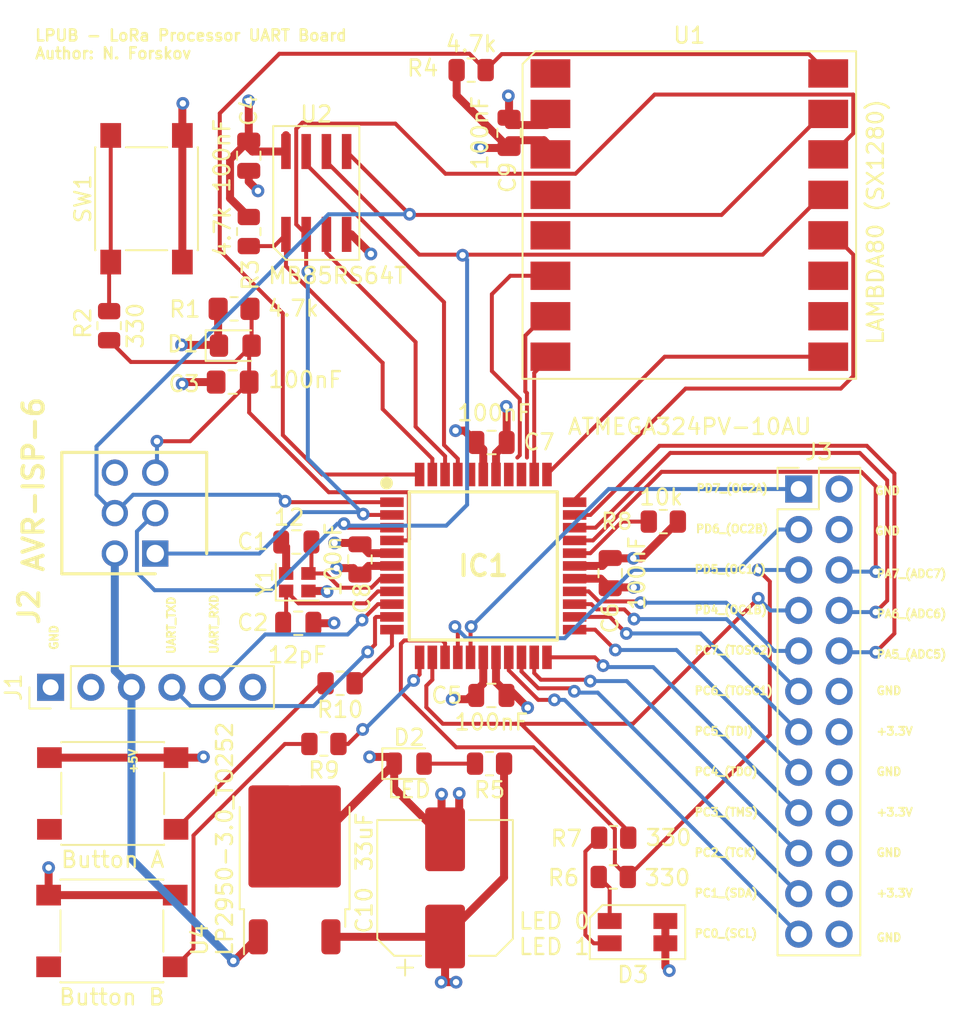
<source format=kicad_pcb>
(kicad_pcb (version 20240108) (generator "pcbnew") (generator_version "8.0")
  (layers (0 "F.Cu" signal) (1 "In1.Cu" signal) (2 "In2.Cu" signal) (31 "B.Cu" signal) (34 "B.Paste" user) (35 "F.Paste" user) (36 "B.SilkS" user "B.Silkscreen") (37 "F.SilkS" user "F.Silkscreen") (38 "B.Mask" user) (39 "F.Mask" user) (44 "Edge.Cuts" user))
  (net 0 "")
  (net 1 "GND")
  (net 2 "/XTAL2")
  (net 3 "/XTAL1")
  (net 4 "/AVR_RESET")
  (net 5 "+3.3V")
  (net 6 "Net-(D2-A)")
  (net 7 "Net-(D3-A1)")
  (net 8 "Net-(D3-A2)")
  (net 9 "/MOSI")
  (net 10 "/MISO")
  (net 11 "/SCK")
  (net 12 "/UART_RXD")
  (net 13 "/UART_TXD")
  (net 14 "/PD4_(OC1B)")
  (net 15 "/PD5_(OC1A)")
  (net 16 "/PD6_(OC2B)")
  (net 17 "/PD7_(OC2A)")
  (net 18 "/PC0_(SCL)")
  (net 19 "/PC1_(SDA)")
  (net 20 "/PC2_(TCK)")
  (net 21 "/PC3_(TMS)")
  (net 22 "/PC5_(TDI)")
  (net 23 "/PC6_(TOSC1)")
  (net 24 "/PC7_(TOSC2)")
  (net 25 "Net-(IC1-AREF)")
  (net 26 "/PA7_(ADC7)")
  (net 27 "/PA6_(ADC6)")
  (net 28 "/PA5_(ADC5)")
  (net 29 "/LORA_RESET")
  (net 30 "/LORA_DIO3")
  (net 31 "/LORA_DIO2")
  (net 32 "/LORA_DIO1")
  (net 33 "/LORA_BUSY")
  (net 35 "/FRAM_~{HOLD}")
  (net 36 "/FRAM_~{WP}")
  (net 37 "/FRAM_~{CS}")
  (net 38 "/LORA_~{SELECT}")
  (net 40 "+5V")
  (net 47 "Net-(SW1-A)")
  (net 48 "Net-(IC1-(PCINT27{slash}TXD1{slash}INT1)_PD3)")
  (net 49 "Net-(IC1-(PCINT26{slash}RXD1{slash}INT0)_PD2)")
  (net 50 "/PC4_(TDO)")
  (net 51 "Net-(SW3-A)")
  (net 52 "Net-(SW2-A)")
  (footprint "Capacitor_SMD:C_0805_2012Metric" (layer "F.Cu") (at 118.11 91.44)
    (property "Reference" "C5")
    (property "Value" "100nF")
  )
  (footprint "Diode_SMD:D_0805_2012Metric_Pad1.15x1.40mm_HandSolder" (layer "F.Cu") (at 102.0236 69.4864)
    (property "Reference" "D1")
    (property "Value" "D" (hide yes))
  )
  (footprint "DISCO_footprints:LAMBDA80_fp" (layer "F.Cu") (at 130.5434 61.2902 -90)
    (property "Reference" "U1")
    (property "Value" "LAMBDA80 (SX1280)")
  )
  (footprint "Crystal:Crystal_SMD_2016-4Pin_2.0x1.6mm" (layer "F.Cu") (at 105.9198 84.3356)
    (property "Reference" "Y1")
    (property "Value" "Crystal_GND24")
  )
  (footprint "Resistor_SMD:R_0805_2012Metric" (layer "F.Cu") (at 128.91 80.53)
    (property "Reference" "R8")
    (property "Value" "10k")
  )
  (footprint "Resistor_SMD:R_0805_2012Metric" (layer "F.Cu") (at 108.6085 90.678 180)
    (property "Reference" "R10")
    (property "Value" "1k")
  )
  (footprint "Capacitor_SMD:C_0805_2012Metric" (layer "F.Cu") (at 105.98 86.91 180)
    (property "Reference" "C2")
    (property "Value" "12pF")
  )
  (footprint "Capacitor_SMD:C_0805_2012Metric" (layer "F.Cu") (at 102.8708 57.5624 -90)
    (property "Reference" "C4")
    (property "Value" "100nF")
  )
  (footprint "DISCO_footprints:SW_Push_1P1T_NO_6x6mm_H9.5mm" (layer "F.Cu") (at 94.275 106.225)
    (property "Reference" "SW3" (hide yes))
    (property "Value" "Button B")
  )
  (footprint "Resistor_SMD:R_0805_2012Metric_Pad1.20x1.40mm_HandSolder" (layer "F.Cu") (at 101.947 67.175)
    (property "Reference" "R1")
    (property "Value" "4.7k")
  )
  (footprint "LED_SMD:LED_0805_2012Metric" (layer "F.Cu") (at 112.9439 95.7224)
    (property "Reference" "D2")
    (property "Value" "LED")
  )
  (footprint "Package_TO_SOT_SMD:TO-252-2" (layer "F.Cu") (at 105.7524 101.553 90)
    (property "Reference" "U4")
    (property "Value" "LP2950-3.0_TO252")
  )
  (footprint "Resistor_SMD:R_0805_2012Metric" (layer "F.Cu") (at 125.7653 102.8344)
    (property "Reference" "R6")
    (property "Value" "330")
  )
  (footprint "DISCO_footprints:dual_LED" (layer "F.Cu") (at 127.29 106.3 -90)
    (property "Reference" "D3")
    (property "Value" "LED_Dual_AAKK" (hide yes))
  )
  (footprint "DISCO_footprints:SW_Push_1P1T_NO_6x6mm_H9.5mm" (layer "F.Cu") (at 96.45 60.265 -90)
    (property "Reference" "SW1")
    (property "Value" "Reset")
  )
  (footprint "Capacitor_SMD:C_0805_2012Metric" (layer "F.Cu") (at 109.855 82.9056 -90)
    (property "Reference" "C8")
    (property "Value" "100nF")
  )
  (footprint "Capacitor_SMD:C_0805_2012Metric_Pad1.18x1.45mm_HandSolder" (layer "F.Cu") (at 101.8587 71.7724 180)
    (property "Reference" "C3")
    (property "Value" "100nF")
  )
  (footprint "Resistor_SMD:R_0805_2012Metric" (layer "F.Cu") (at 117.9943 95.7224 180)
    (property "Reference" "R5")
    (property "Value" "330")
  )
  (footprint "Resistor_SMD:R_0805_2012Metric" (layer "F.Cu") (at 94.1 68.2325 90)
    (property "Reference" "R2")
    (property "Value" "330")
  )
  (footprint "Resistor_SMD:R_0805_2012Metric" (layer "F.Cu") (at 107.5925 94.488 180)
    (property "Reference" "R9")
    (property "Value" "1k")
  )
  (footprint "Capacitor_SMD:C_0805_2012Metric" (layer "F.Cu") (at 119.22 56.13 90)
    (property "Reference" "C9")
    (property "Value" "100nF")
  )
  (footprint "Resistor_SMD:R_0805_2012Metric" (layer "F.Cu") (at 125.7926 100.3706)
    (property "Reference" "R7")
    (property "Value" "330")
  )
  (footprint "DISCO_footprints:SW_Push_1P1T_NO_6x6mm_H9.5mm" (layer "F.Cu") (at 94.325 97.595)
    (property "Reference" "SW2" (hide yes))
    (property "Value" "Button A")
  )
  (footprint "Connector_PinHeader_2.54mm:PinHeader_1x06_P2.54mm_Vertical" (layer "F.Cu") (at 90.424 90.932 90)
    (property "Reference" "J1")
    (property "Value" "Conn_01x06_Pin")
  )
  (footprint "Capacitor_SMD:C_0805_2012Metric" (layer "F.Cu") (at 125.5738 83.7654 90)
    (property "Reference" "C6")
    (property "Value" "100nF")
  )
  (footprint "DISCO_footprints:QFP80P1200X1200X120-44N" (layer "F.Cu") (at 117.602 83.312)
    (property "Reference" "IC1")
    (property "Value" "ATMEGA324PA-AU" (hide yes))
  )
  (footprint "Capacitor_SMD:CP_Elec_8x6.2" (layer "F.Cu") (at 115.2022 103.5222 90)
    (property "Reference" "C10")
    (property "Value" "33uF")
  )
  (footprint "Capacitor_SMD:C_0805_2012Metric" (layer "F.Cu") (at 105.8578 81.8122)
    (property "Reference" "C1")
    (property "Value" "12")
  )
  (footprint "DISCO_footprints:AVR_ISP_CON" (layer "F.Cu") (at 96.997305 82.536 90)
    (property "Reference" "J2")
    (property "Value" "AVR-ISP-6")
  )
  (footprint "Resistor_SMD:R_0805_2012Metric" (layer "F.Cu") (at 116.84 52.19)
    (property "Reference" "R4")
    (property "Value" "4.7k")
  )
  (footprint "DISCO_footprints:FRAM_fujitsu" (layer "F.Cu") (at 107.1126 59.9014)
    (property "Reference" "U2")
    (property "Value" "MB85RS64T")
  )
  (footprint "Capacitor_SMD:C_0805_2012Metric" (layer "F.Cu") (at 118.1202 75.565 180)
    (property "Reference" "C7")
    (property "Value" "100nF")
  )
  (footprint "Connector_PinHeader_2.54mm:PinHeader_2x12_P2.54mm_Vertical" (layer "F.Cu") (at 137.414 78.486)
    (property "Reference" "J3")
    (property "Value" "Conn_02x10_Odd_Even")
  )
  (footprint "Resistor_SMD:R_0805_2012Metric" (layer "F.Cu") (at 102.8708 62.3255 -90)
    (property "Reference" "R3")
    (property "Value" "4.7k")
  )
  (gr_text "PC6_(TOSC1)" (at 130.81 91.44 0) (layer "F.SilkS") (effects (font (size 0.5 0.5) (thickness 0.125)) (justify left bottom)))
  (gr_text "+5V" (at 95.908 96.414 90) (layer "F.SilkS") (effects (font (size 0.5 0.5) (thickness 0.125)) (justify left bottom)))
  (gr_text "PC7_(TOSC2)" (at 130.81 88.9 0) (layer "F.SilkS") (effects (font (size 0.5 0.5) (thickness 0.125)) (justify left bottom)))
  (gr_text "PA5_(ADC5)" (at 142.24 89.154 0) (layer "F.SilkS") (effects (font (size 0.5 0.5) (thickness 0.125)) (justify left bottom)))
  (gr_text "GND" (at 90.932 88.646 90) (layer "F.SilkS") (effects (font (size 0.5 0.5) (thickness 0.125)) (justify left bottom)))
  (gr_text "UART_TXD" (at 98.298 88.9 90) (layer "F.SilkS") (effects (font (size 0.5 0.5) (thickness 0.125)) (justify left bottom)))
  (gr_text "PA6_(ADC6)" (at 142.24 86.614 0) (layer "F.SilkS") (effects (font (size 0.5 0.5) (thickness 0.125)) (justify left bottom)))
  (gr_text "+3.3V" (at 142.24 99.06 0) (layer "F.SilkS") (effects (font (size 0.5 0.5) (thickness 0.125)) (justify left bottom)))
  (gr_text "GND" (at 142.15 81.41 0) (layer "F.SilkS") (effects (font (size 0.5 0.5) (thickness 0.125)) (justify left bottom)))
  (gr_text "+3.3V" (at 142.24 93.98 0) (layer "F.SilkS") (effects (font (size 0.5 0.5) (thickness 0.125)) (justify left bottom)))
  (gr_text "PC0_(SCL)" (at 130.81 106.68 0) (layer "F.SilkS") (effects (font (size 0.5 0.5) (thickness 0.125)) (justify left bottom)))
  (gr_text "GND" (at 142.24 91.44 0) (layer "F.SilkS") (effects (font (size 0.5 0.5) (thickness 0.125)) (justify left bottom)))
  (gr_text "GND" (at 142.24 96.52 0) (layer "F.SilkS") (effects (font (size 0.5 0.5) (thickness 0.125)) (justify left bottom)))
  (gr_text "ATMEGA324PV-10AU" (at 122.825 75.15 0) (layer "F.SilkS") (effects (font (size 1 1)) (justify left bottom)))
  (gr_text "PD7_(OC2A)" (at 130.93 78.74 0) (layer "F.SilkS") (effects (font (size 0.5 0.5) (thickness 0.125)) (justify left bottom)))
  (gr_text "UART_RXD" (at 100.988 88.9 90) (layer "F.SilkS") (effects (font (size 0.5 0.5) (thickness 0.125)) (justify left bottom)))
  (gr_text "PD5_(OC1A)" (at 130.81 83.82 0) (layer "F.SilkS") (effects (font (size 0.5 0.5) (thickness 0.125)) (justify left bottom)))
  (gr_text "GND" (at 142.15 78.89 0) (layer "F.SilkS") (effects (font (size 0.5 0.5) (thickness 0.125)) (justify left bottom)))
  (gr_text "PC3_(TMS)" (at 130.81 99.06 0) (layer "F.SilkS") (effects (font (size 0.5 0.5) (thickness 0.125)) (justify left bottom)))
  (gr_text "PD4_(OC1B)" (at 130.81 86.36 0) (layer "F.SilkS") (effects (font (size 0.5 0.5) (thickness 0.125)) (justify left bottom)))
  (gr_text "LPUB - LoRa Processor UART Board\nAuthor: N. Forskov" (at 89.375 51.55 0) (layer "F.SilkS") (effects (font (size 0.7 0.7)) (justify left bottom)))
  (gr_text "+3.3V" (at 142.24 104.14 0) (layer "F.SilkS") (effects (font (size 0.5 0.5) (thickness 0.125)) (justify left bottom)))
  (gr_text "PC1_(SDA)" (at 130.81 104.14 0) (layer "F.SilkS") (effects (font (size 0.5 0.5) (thickness 0.125)) (justify left bottom)))
  (gr_text "GND" (at 142.24 106.934 0) (layer "F.SilkS") (effects (font (size 0.5 0.5) (thickness 0.125)) (justify left bottom)))
  (gr_text "PA7_(ADC7)" (at 142.24 84.1 0) (layer "F.SilkS") (effects (font (size 0.5 0.5) (thickness 0.125)) (justify left bottom)))
  (gr_text "PC4_(TDO)" (at 130.81 96.52 0) (layer "F.SilkS") (effects (font (size 0.5 0.5) (thickness 0.125)) (justify left bottom)))
  (gr_text "PC2_(TCK)" (at 130.81 101.6 0) (layer "F.SilkS") (effects (font (size 0.5 0.5) (thickness 0.125)) (justify left bottom)))
  (gr_text "PC5_(TDI)" (at 130.81 93.98 0) (layer "F.SilkS") (effects (font (size 0.5 0.5) (thickness 0.125)) (justify left bottom)))
  (gr_text "LED 0\nLED 1" (at 119.75 107.8 0) (layer "F.SilkS") (effects (font (size 1 1)) (justify left bottom)))
  (gr_text "GND" (at 142.24 101.6 0) (layer "F.SilkS") (effects (font (size 0.5 0.5) (thickness 0.125)) (justify left bottom)))
  (gr_text "PD6_(OC2B)" (at 130.89 81.28 0) (layer "F.SilkS") (effects (font (size 0.5 0.5) (thickness 0.125)) (justify left bottom)))
  (segment (start 125.5738 82.8154) (end 125.0772 83.312) (width 0.5) (layer "F.Cu") (net 1))
  (segment (start 110.46 95.3) (end 111.584 95.3) (width 0.5) (layer "F.Cu") (net 1))
  (segment (start 102.8708 58.5124) (end 102.8708 59.1908) (width 0.5) (layer "F.Cu") (net 1))
  (segment (start 90.3 103.975) (end 90.3 102.25) (width 0.5) (layer "F.Cu") (net 1))
  (segment (start 114.98 100.25) (end 115.2022 100.4722) (width 0.5) (layer "F.Cu") (net 1))
  (segment (start 99.98 95.345) (end 100.025 95.3) (width 0.5) (layer "F.Cu") (net 1))
  (segment (start 109.3114 62.5014) (end 110.54 63.73) (width 0.5) (layer "F.Cu") (net 1))
  (segment (start 98.7 64.24) (end 98.7 56.29) (width 0.5) (layer "F.Cu") (net 1))
  (segment (start 111.584 95.3) (end 112.0064 95.7224) (width 0.5) (layer "F.Cu") (net 1))
  (segment (start 117.1702 75.565) (end 117.602 75.9968) (width 0.5) (layer "F.Cu") (net 1))
  (segment (start 129.04 107) (end 129.04 108.466) (width 0.5) (layer "F.Cu") (net 1))
  (segment (start 112.0064 95.7224) (end 107.4358 100.293) (width 0.5) (layer "F.Cu") (net 1))
  (segment (start 129.04 108.466) (end 129.286 108.712) (width 0.5) (layer "F.Cu") (net 1))
  (segment (start 114.98 97.64) (end 114.98 100.25) (width 0.5) (layer "F.Cu") (net 1))
  (segment (start 108.21 86.91) (end 108.23 86.89) (width 0.5) (layer "F.Cu") (net 1))
  (segment (start 112.0064 97.2764) (end 112.0064 95.7224) (width 0.5) (layer "F.Cu") (net 1))
  (segment (start 119.3836 91.2036) (end 120.39 92.21) (width 0.5) (layer "F.Cu") (net 1))
  (segment (start 98.3 95.345) (end 99.98 95.345) (width 0.5) (layer "F.Cu") (net 1))
  (segment (start 108.39 83.45) (end 109.4494 83.45) (width 0.5) (layer "F.Cu") (net 1))
  (segment (start 125.0772 83.312) (end 123.34 83.312) (width 0.5) (layer "F.Cu") (net 1))
  (segment (start 116.09 99.5844) (end 115.2022 100.4722) (width 0.5) (layer "F.Cu") (net 1))
  (segment (start 129.04 105.6) (end 129.04 107) (width 0.5) (layer "F.Cu") (net 1))
  (segment (start 98.8076 71.7724) (end 98.69 71.89) (width 0.5) (layer "F.Cu") (net 1))
  (segment (start 115.2022 100.4722) (end 112.0064 97.2764) (width 0.5) (layer "F.Cu") (net 1))
  (segment (start 98.7 56.29) (end 98.7 54.31) (width 0.5) (layer "F.Cu") (net 1))
  (segment (start 127.5167 82.8358) (end 127.0216 82.8358) (width 0.5) (layer "F.Cu") (net 1))
  (segment (start 119.2114 55.64) (end 121.57 55.64) (width 0.5) (layer "F.Cu") (net 1))
  (segment (start 107.4358 100.293) (end 105.7524 100.293) (width 0.5) (layer "F.Cu") (net 1))
  (segment (start 116.09 97.59) (end 116.09 99.5844) (width 0.5) (layer "F.Cu") (net 1))
  (segment (start 125.5942 82.8358) (end 125.5738 82.8154) (width 0.5) (layer "F.Cu") (net 1))
  (segment (start 105.2198 83.7856) (end 105.2198 82.1242) (width 0.5) (layer "F.Cu") (net 1))
  (segment (start 90.3 103.975) (end 98.25 103.975) (width 0.5) (layer "F.Cu") (net 1))
  (segment (start 105.2198 82.1242) (end 104.9078 81.8122) (width 0.5) (layer "F.Cu") (net 1))
  (segment (start 90.35 95.345) (end 98.3 95.345) (width 0.5) (layer "F.Cu") (net 1))
  (segment (start 118.994 91.2036) (end 119.3836 91.2036) (width 0.5) (layer "F.Cu") (net 1))
  (segment (start 109.4494 83.45) (end 109.855 83.8556) (width 0.5) (layer "F.Cu") (net 1))
  (segment (start 118.402 90.6116) (end 118.402 89.05) (width 0.5) (layer "F.Cu") (net 1))
  (segment (start 109.0176 62.5014) (end 109.3114 62.5014) (width 0.5) (layer "F.Cu") (net 1))
  (segment (start 107.7556 84.8856) (end 107.79 84.92) (width 0.5) (layer "F.Cu") (net 1))
  (segment (start 121.57 55.64) (end 121.8098 55.4002) (width 0.5) (layer "F.Cu") (net 1))
  (segment (start 98.7 54.31) (end 98.73 54.28) (width 0.5) (layer "F.Cu") (net 1))
  (segment (start 106.6198 84.8856) (end 107.7556 84.8856) (width 0.5) (layer "F.Cu") (net 1))
  (segment (start 117.602 75.9968) (end 117.602 77.574) (width 0.5) (layer "F.Cu") (net 1))
  (segment (start 119.22 53.8494) (end 119.1766 53.806) (width 0.5) (layer "F.Cu") (net 1))
  (segment (start 109.855 83.8556) (end 110.3986 83.312) (width 0.5) (layer "F.Cu") (net 1))
  (segment (start 119.22 55.18) (end 119.22 53.8494) (width 0.5) (layer "F.Cu") (net 1))
  (segment (start 100.8212 71.7724) (end 98.8076 71.7724) (width 0.5) (layer "F.Cu") (net 1))
  (segment (start 127.0216 82.8358) (end 125.5942 82.8358) (width 0.5) (layer "F.Cu") (net 1))
  (segment (start 116.4252 74.82) (end 117.1702 75.565) (width 0.5) (layer "F.Cu") (net 1))
  (segment (start 102.8708 59.1908) (end 103.45 59.77) (width 0.5) (layer "F.Cu") (net 1))
  (segment (start 115.86 74.82) (end 116.4252 74.82) (width 0.5) (layer "F.Cu") (net 1))
  (segment (start 129.8225 80.53) (end 127.5167 82.8358) (width 0.5) (layer "F.Cu") (net 1))
  (segment (start 118.994 91.2036) (end 118.402 90.6116) (width 0.5) (layer "F.Cu") (net 1))
  (segment (start 106.93 86.91) (end 108.21 86.91) (width 0.5) (layer "F.Cu") (net 1))
  (segment (start 90.424 90.932) (end 89.909 91.447) (width 0.5) (layer "F.Cu") (net 1))
  (segment (start 110.3986 83.312) (end 111.864 83.312) (width 0.5) (layer "F.Cu") (net 1))
  (via (at 103.45 59.77) (size 0.8) (drill 0.4) (layers "F.Cu" "B.Cu") (net 1))
  (via (at 90.3 102.25) (size 0.8) (drill 0.4) (layers "F.Cu" "B.Cu") (net 1))
  (via (at 110.46 95.3) (size 0.8) (drill 0.4) (layers "F.Cu" "B.Cu") (net 1))
  (via (at 108.39 83.45) (size 0.8) (drill 0.4) (layers "F.Cu" "B.Cu") (net 1))
  (via (at 119.1766 53.806) (size 0.8) (drill 0.4) (layers "F.Cu" "B.Cu") (net 1))
  (via (at 129.286 108.712) (size 0.8) (drill 0.4) (layers "F.Cu" "B.Cu") (net 1))
  (via (at 127.0216 82.8358) (size 0.8) (drill 0.4) (layers "F.Cu" "B.Cu") (net 1))
  (via (at 115.86 74.82) (size 0.8) (drill 0.4) (layers "F.Cu" "B.Cu") (net 1))
  (via (at 98.69 71.89) (size 0.8) (drill 0.4) (layers "F.Cu" "B.Cu") (net 1))
  (via (at 100.025 95.3) (size 0.8) (drill 0.4) (layers "F.Cu" "B.Cu") (net 1))
  (via (at 107.79 84.92) (size 0.8) (drill 0.4) (layers "F.Cu" "B.Cu") (net 1))
  (via (at 114.98 97.64) (size 0.8) (drill 0.4) (layers "F.Cu" "B.Cu") (net 1))
  (via (at 98.73 54.28) (size 0.8) (drill 0.4) (layers "F.Cu" "B.Cu") (net 1))
  (via (at 120.39 92.21) (size 0.8) (drill 0.4) (layers "F.Cu" "B.Cu") (net 1))
  (via (at 108.23 86.89) (size 0.8) (drill 0.4) (layers "F.Cu" "B.Cu") (net 1))
  (via (at 116.09 97.59) (size 0.8) (drill 0.4) (layers "F.Cu" "B.Cu") (net 1))
  (via (at 110.54 63.73) (size 0.8) (drill 0.4) (layers "F.Cu" "B.Cu") (net 1))
  (segment (start 111.1437 84.112) (end 111.864 84.112) (width 0.25) (layer "F.Cu") (net 2))
  (segment (start 110.5751 84.6806) (end 111.1437 84.112) (width 0.25) (layer "F.Cu") (net 2))
  (segment (start 106.6198 83.7856) (end 107.700295 83.7856) (width 0.25) (layer "F.Cu") (net 2))
  (segment (start 106.8078 81.8122) (end 106.8078 83.5976) (width 0.25) (layer "F.Cu") (net 2))
  (segment (start 108.595295 84.6806) (end 110.5751 84.6806) (width 0.25) (layer "F.Cu") (net 2))
  (segment (start 107.700295 83.7856) (end 108.595295 84.6806) (width 0.25) (layer "F.Cu") (net 2))
  (segment (start 106.8078 83.5976) (end 106.6198 83.7856) (width 0.25) (layer "F.Cu") (net 2))
  (segment (start 105.2198 84.8856) (end 105.9942 85.66) (width 0.25) (layer "F.Cu") (net 3))
  (segment (start 105.2198 86.7202) (end 105.03 86.91) (width 0.25) (layer "F.Cu") (net 3))
  (segment (start 105.9942 85.66) (end 110.232096 85.66) (width 0.25) (layer "F.Cu") (net 3))
  (segment (start 110.980096 84.912) (end 111.864 84.912) (width 0.25) (layer "F.Cu") (net 3))
  (segment (start 110.232096 85.66) (end 110.980096 84.912) (width 0.25) (layer "F.Cu") (net 3))
  (segment (start 105.2198 84.8856) (end 105.2198 86.7202) (width 0.25) (layer "F.Cu") (net 3))
  (segment (start 97.158305 75.433) (end 97.105305 75.486) (width 0.25) (layer "F.Cu") (net 4))
  (segment (start 103.0486 69.4864) (end 103.0486 67.2766) (width 0.25) (layer "F.Cu") (net 4))
  (segment (start 112.8515 81.712) (end 112.9265 81.637) (width 0.25) (layer "F.Cu") (net 4))
  (segment (start 102.8962 69.6388) (end 103.0486 69.4864) (width 0.25) (layer "F.Cu") (net 4))
  (segment (start 94.1 69.145) (end 95.4664 70.5114) (width 0.25) (layer "F.Cu") (net 4))
  (segment (start 112.9265 81.637) (end 112.9265 78.687) (width 0.25) (layer "F.Cu") (net 4))
  (segment (start 111.864 81.712) (end 112.8515 81.712) (width 0.25) (layer "F.Cu") (net 4))
  (segment (start 95.4664 70.5114) (end 102.0236 70.5114) (width 0.25) (layer "F.Cu") (net 4))
  (segment (start 107.897 78.687) (end 102.8962 73.6862) (width 0.25) (layer "F.Cu") (net 4))
  (segment (start 102.8962 71.7724) (end 99.1826 75.486) (width 0.25) (layer "F.Cu") (net 4))
  (segment (start 102.0236 70.5114) (end 103.0486 69.4864) (width 0.25) (layer "F.Cu") (net 4))
  (segment (start 102.8962 71.7724) (end 102.8962 69.6388) (width 0.25) (layer "F.Cu") (net 4))
  (segment (start 112.9265 78.687) (end 107.897 78.687) (width 0.25) (layer "F.Cu") (net 4))
  (segment (start 99.1826 75.486) (end 97.105305 75.486) (width 0.25) (layer "F.Cu") (net 4))
  (segment (start 102.8962 73.6862) (end 102.8962 71.7724) (width 0.25) (layer "F.Cu") (net 4))
  (segment (start 103.0486 67.2766) (end 102.947 67.175) (width 0.25) (layer "F.Cu") (net 4))
  (via (at 97.105305 75.486) (size 0.8) (drill 0.4) (layers "F.Cu" "B.Cu") (net 4))
  (segment (start 97.105305 75.486) (end 97.105305 77.348) (width 0.25) (layer "B.Cu") (net 4))
  (segment (start 97.105305 77.348) (end 96.997305 77.456) (width 0.25) (layer "B.Cu") (net 4))
  (segment (start 108.0324 106.593) (end 115.1814 106.593) (width 0.5) (layer "F.Cu") (net 5))
  (segment (start 114.96 109.44) (end 115.89 109.44) (width 0.5) (layer "F.Cu") (net 5))
  (segment (start 115.9275 52.19) (end 115.9275 53.7875) (width 0.5) (layer "F.Cu") (net 5))
  (segment (start 115.2022 106.5722) (end 118.9068 102.8676) (width 0.5) (layer "F.Cu") (net 5))
  (segment (start 117.602 90.6956) (end 117.602 89.05) (width 0.5) (layer "F.Cu") (net 5))
  (segment (start 118.402 76.2332) (end 118.402 77.574) (width 0.5) (layer "F.Cu") (net 5))
  (segment (start 102.8708 56.6124) (end 102.8708 57.0708) (width 0.5) (layer "F.Cu") (net 5))
  (segment (start 100.9522 69.44) (end 100.9986 69.4864) (width 0.5) (layer "F.Cu") (net 5))
  (segment (start 115.9275 53.7875) (end 119.22 57.08) (width 0.5) (layer "F.Cu") (net 5))
  (segment (start 109.855 81.9556) (end 110.4114 82.512) (width 0.5) (layer "F.Cu") (net 5))
  (segment (start 101.6958 60.238) (end 101.6958 57.7874) (width 0.5) (layer "F.Cu") (net 5))
  (segment (start 117.094 91.2036) (end 117.602 90.6956) (width 0.5) (layer "F.Cu") (net 5))
  (segment (start 118.9068 102.8676) (end 118.9068 95.7224) (width 0.5) (layer "F.Cu") (net 5))
  (segment (start 125.5738 84.7154) (end 124.9704 84.112) (width 0.5) (layer "F.Cu") (net 5))
  (segment (start 119.0702 75.565) (end 118.402 76.2332) (width 0.5) (layer "F.Cu") (net 5))
  (segment (start 115.2022 106.5722) (end 115.2022 109.1978) (width 0.5) (layer "F.Cu") (net 5))
  (segment (start 119.0702 73.3302) (end 119.04 73.3) (width 0.5) (layer "F.Cu") (net 5))
  (segment (start 98.65 69.44) (end 100.9522 69.44) (width 0.5) (layer "F.Cu") (net 5))
  (segment (start 101.6958 57.7874) (end 102.8708 56.6124) (width 0.5) (layer "F.Cu") (net 5))
  (segment (start 103.1014 57.3014) (end 105.2076 57.3014) (width 0.5) (layer "F.Cu") (net 5))
  (segment (start 102.8708 56.6124) (end 102.8708 54.1308) (width 0.5) (layer "F.Cu") (net 5))
  (segment (start 121.4098 56.5898) (end 121.81 56.99) (width 0.5) (layer "F.Cu") (net 5))
  (segment (start 100.947 67.175) (end 100.947 69.4348) (width 0.5) (layer "F.Cu") (net 5))
  (segment (start 119.2116 56.5898) (end 121.4098 56.5898) (width 0.5) (layer "F.Cu") (net 5))
  (segment (start 115.1814 106.593) (end 115.2022 106.5722) (width 0.5) (layer "F.Cu") (net 5))
  (segment (start 115.2022 109.1978) (end 114.96 109.44) (width 0.5) (layer "F.Cu") (net 5))
  (segment (start 100.947 69.4348) (end 100.9986 69.4864) (width 0.5) (layer "F.Cu") (net 5))
  (segment (start 105.2076 56.2714) (end 105.2076 57.3014) (width 0.5) (layer "F.Cu") (net 5))
  (segment (start 108.26 81.87) (end 109.7694 81.87) (width 0.5) (layer "F.Cu") (net 5))
  (segment (start 102.8708 54.1308) (end 102.86 54.12) (width 0.5) (layer "F.Cu") (net 5))
  (segment (start 124.9704 84.112) (end 123.34 84.112) (width 0.5) (layer "F.Cu") (net 5))
  (segment (start 125.6292 84.66) (end 125.5738 84.7154) (width 0.5) (layer "F.Cu") (net 5))
  (segment (start 110.4114 82.512) (end 111.864 82.512) (width 0.5) (layer "F.Cu") (net 5))
  (segment (start 115.65 91.68) (end 116.6176 91.68) (width 0.5) (layer "F.Cu") (net 5))
  (segment (start 119.22 57.08) (end 117.45 57.08) (width 0.5) (layer "F.Cu") (net 5))
  (segment (start 127.05 84.66) (end 125.6292 84.66) (width 0.5) (layer "F.Cu") (net 5))
  (segment (start 102.8708 57.0708) (end 103.1014 57.3014) (width 0.5) (layer "F.Cu") (net 5))
  (segment (start 109.7694 81.87) (end 109.855 81.9556) (width 0.5) (layer "F.Cu") (net 5))
  (segment (start 102.8708 61.413) (end 102.8708 61.528622) (width 0.5) (layer "F.Cu") (net 5))
  (segment (start 119.0702 75.565) (end 119.0702 73.3302) (width 0.5) (layer "F.Cu") (net 5))
  (segment (start 116.6176 91.68) (end 117.094 91.2036) (width 0.5) (layer "F.Cu") (net 5))
  (segment (start 102.8708 61.413) (end 101.6958 60.238) (width 0.5) (layer "F.Cu") (net 5))
  (segment (start 117.45 57.08) (end 117.43 57.06) (width 0.5) (layer "F.Cu") (net 5))
  (via (at 117.43 57.06) (size 0.8) (drill 0.4) (layers "F.Cu" "B.Cu") (net 5))
  (via (at 115.89 109.44) (size 0.8) (drill 0.4) (layers "F.Cu" "B.Cu") (net 5))
  (via (at 108.26 81.87) (size 0.8) (drill 0.4) (layers "F.Cu" "B.Cu") (net 5))
  (via (at 102.86 54.12) (size 0.8) (drill 0.4) (layers "F.Cu" "B.Cu") (net 5))
  (via (at 115.65 91.68) (size 0.8) (drill 0.4) (layers "F.Cu" "B.Cu") (net 5))
  (via (at 114.96 109.44) (size 0.8) (drill 0.4) (layers "F.Cu" "B.Cu") (net 5))
  (via (at 119.04 73.3) (size 0.8) (drill 0.4) (layers "F.Cu" "B.Cu") (net 5))
  (via (at 98.65 69.44) (size 0.8) (drill 0.4) (layers "F.Cu" "B.Cu") (net 5))
  (via (at 127.05 84.66) (size 0.8) (drill 0.4) (layers "F.Cu" "B.Cu") (net 5))
  (segment (start 117.0818 95.7224) (end 113.8814 95.7224) (width 0.25) (layer "F.Cu") (net 6))
  (segment (start 125.54 103.5216) (end 124.8528 102.8344) (width 0.25) (layer "F.Cu") (net 7))
  (segment (start 125.54 105.6) (end 125.54 103.5216) (width 0.25) (layer "F.Cu") (net 7))
  (segment (start 124.0153 101.2354) (end 124.8801 100.3706) (width 0.25) (layer "F.Cu") (net 8))
  (segment (start 124.0153 106.4753) (end 124.0153 101.2354) (width 0.25) (layer "F.Cu") (net 8))
  (segment (start 124.54 107) (end 124.0153 106.4753) (width 0.25) (layer "F.Cu") (net 8))
  (segment (start 125.54 107) (end 124.54 107) (width 0.25) (layer "F.Cu") (net 8))
  (segment (start 112.97 61.24) (end 112.9562 61.24) (width 0.25) (layer "F.Cu") (net 9))
  (segment (start 112.9962 61.28) (end 112.97 61.2538) (width 0.25) (layer "F.Cu") (net 9))
  (segment (start 112.97 61.2538) (end 112.97 61.24) (width 0.25) (layer "F.Cu") (net 9))
  (segment (start 138.9084 54.9402) (end 132.5686 61.28) (width 0.25) (layer "F.Cu") (net 9))
  (segment (start 139.2684 54.9402) (end 138.9084 54.9402) (width 0.25) (layer "F.Cu") (net 9))
  (segment (start 132.5686 61.28) (end 112.9962 61.28) (width 0.25) (layer "F.Cu") (net 9))
  (segment (start 105.22 79.312) (end 105.156 79.248) (width 0.25) (layer "F.Cu") (net 9))
  (segment (start 112.9562 61.24) (end 109.0176 57.3014) (width 0.25) (layer "F.Cu") (net 9))
  (segment (start 111.864 79.312) (end 105.22 79.312) (width 0.25) (layer "F.Cu") (net 9))
  (via (at 112.97 61.24) (size 0.8) (drill 0.4) (layers "F.Cu" "B.Cu") (net 9))
  (via (at 105.156 79.248) (size 0.8) (drill 0.4) (layers "F.Cu" "B.Cu") (net 9))
  (segment (start 105.156 79.248) (end 104.754 78.846) (width 0.25) (layer "B.Cu") (net 9))
  (segment (start 112.97 61.24) (end 107.875305 61.24) (width 0.25) (layer "B.Cu") (net 9))
  (segment (start 104.754 78.846) (end 95.607305 78.846) (width 0.25) (layer "B.Cu") (net 9))
  (segment (start 95.607305 78.846) (end 94.457305 79.996) (width 0.25) (layer "B.Cu") (net 9))
  (segment (start 107.875305 61.24) (end 93.307305 75.808) (width 0.25) (layer "B.Cu") (net 9))
  (segment (start 93.307305 75.808) (end 93.307305 78.846) (width 0.25) (layer "B.Cu") (net 9))
  (segment (start 93.307305 78.846) (end 94.457305 79.996) (width 0.25) (layer "B.Cu") (net 9))
  (segment (start 139.2684 57.4802) (end 139.5184 57.4802) (width 0.25) (layer "F.Cu") (net 10))
  (segment (start 110.112 80.112) (end 110.06 80.06) (width 0.25) (layer "F.Cu") (net 10))
  (segment (start 111.864 80.112) (end 110.112 80.112) (width 0.25) (layer "F.Cu") (net 10))
  (segment (start 106.4776 62.5014) (end 106.4776 64.7476) (width 0.25) (layer "F.Cu") (net 10))
  (segment (start 128.3634 53.7252) (end 123.3934 58.6952) (width 0.25) (layer "F.Cu") (net 10))
  (segment (start 140.8434 56.1552) (end 140.8434 53.7252) (width 0.25) (layer "F.Cu") (net 10))
  (segment (start 106.239 55.49) (end 105.8526 55.8764) (width 0.25) (layer "F.Cu") (net 10))
  (segment (start 115.2252 58.6952) (end 112.08 55.55) (width 0.25) (layer "F.Cu") (net 10))
  (segment (start 139.5184 57.4802) (end 140.8434 56.1552) (width 0.25) (layer "F.Cu") (net 10))
  (segment (start 106.58 55.49) (end 106.239 55.49) (width 0.25) (layer "F.Cu") (net 10))
  (segment (start 105.8526 55.8764) (end 105.8526 61.8764) (width 0.25) (layer "F.Cu") (net 10))
  (segment (start 140.8434 53.7252) (end 128.3634 53.7252) (width 0.25) (layer "F.Cu") (net 10))
  (segment (start 123.3934 58.6952) (end 115.2252 58.6952) (width 0.25) (layer "F.Cu") (net 10))
  (segment (start 106.64 55.55) (end 106.58 55.49) (width 0.25) (layer "F.Cu") (net 10))
  (segment (start 106.4776 64.7476) (end 106.58 64.85) (width 0.25) (layer "F.Cu") (net 10))
  (segment (start 110.06 80.06) (end 109.935 79.935) (width 0.25) (layer "F.Cu") (net 10))
  (segment (start 105.8526 61.8764) (end 106.4776 62.5014) (width 0.25) (layer "F.Cu") (net 10))
  (segment (start 112.08 55.55) (end 106.64 55.55) (width 0.25) (layer "F.Cu") (net 10))
  (via (at 106.58 64.85) (size 0.8) (drill 0.4) (layers "F.Cu" "B.Cu") (net 10))
  (via (at 110.06 80.06) (size 0.8) (drill 0.4) (layers "F.Cu" "B.Cu") (net 10))
  (segment (start 103.534 82.536) (end 106.135 79.935) (width 0.25) (layer "B.Cu") (net 10))
  (segment (start 106.58 64.85) (end 106.58 76.58) (width 0.25) (layer "B.Cu") (net 10))
  (segment (start 106.58 76.58) (end 110.06 80.06) (width 0.25) (layer "B.Cu") (net 10))
  (segment (start 109.935 79.935) (end 110.06 80.06) (width 0.25) (layer "B.Cu") (net 10))
  (segment (start 106.135 79.935) (end 109.935 79.935) (width 0.25) (layer "B.Cu") (net 10))
  (segment (start 96.997305 82.536) (end 103.534 82.536) (width 0.25) (layer "B.Cu") (net 10))
  (segment (start 111.864 80.912) (end 109.102 80.912) (width 0.25) (layer "F.Cu") (net 11))
  (segment (start 139.2684 60.0202) (end 138.9084 60.0202) (width 0.25) (layer "F.Cu") (net 11))
  (segment (start 138.9084 60.0202) (end 135.1534 63.7752) (width 0.25) (layer "F.Cu") (net 11))
  (segment (start 135.1534 63.7752) (end 116.3348 63.7752) (width 0.25) (layer "F.Cu") (net 11))
  (segment (start 109.102 80.912) (end 108.85 80.66) (width 0.25) (layer "F.Cu") (net 11))
  (segment (start 107.7476 57.9376) (end 107.7476 57.3014) (width 0.25) (layer "F.Cu") (net 11))
  (segment (start 116.2652 63.7752) (end 113.5852 63.7752) (width 0.25) (layer "F.Cu") (net 11))
  (segment (start 113.5852 63.7752) (end 107.7476 57.9376) (width 0.25) (layer "F.Cu") (net 11))
  (segment (start 116.3348 63.7752) (end 116.3 63.81) (width 0.25) (layer "F.Cu") (net 11))
  (segment (start 116.3 63.81) (end 116.2652 63.7752) (width 0.25) (layer "F.Cu") (net 11))
  (via (at 108.85 80.66) (size 0.8) (drill 0.4) (layers "F.Cu" "B.Cu") (net 11))
  (via (at 116.3 63.81) (size 0.8) (drill 0.4) (layers "F.Cu" "B.Cu") (net 11))
  (segment (start 96.997305 79.996) (end 95.847305 81.146) (width 0.25) (layer "B.Cu") (net 11))
  (segment (start 115.275 80.785) (end 108.975 80.785) (width 0.25) (layer "B.Cu") (net 11))
  (segment (start 116.3 63.81) (end 116.585 64.095) (width 0.25) (layer "B.Cu") (net 11))
  (segment (start 116.585 79.475) (end 115.275 80.785) (width 0.25) (layer "B.Cu") (net 11))
  (segment (start 95.847305 81.146) (end 95.847305 83.726) (width 0.25) (layer "B.Cu") (net 11))
  (segment (start 116.585 64.095) (end 116.585 79.475) (width 0.25) (layer "B.Cu") (net 11))
  (segment (start 95.847305 83.726) (end 96.957305 84.836) (width 0.25) (layer "B.Cu") (net 11))
  (segment (start 104.268695 84.836) (end 108.444695 80.66) (width 0.25) (layer "B.Cu") (net 11))
  (segment (start 96.957305 84.836) (end 104.268695 84.836) (width 0.25) (layer "B.Cu") (net 11))
  (segment (start 108.975 80.785) (end 108.85 80.66) (width 0.25) (layer "B.Cu") (net 11))
  (segment (start 108.444695 80.66) (end 108.85 80.66) (width 0.25) (layer "B.Cu") (net 11))
  (segment (start 110.988 85.712) (end 111.864 85.712) (width 0.25) (layer "F.Cu") (net 12))
  (segment (start 109.99 86.71) (end 110.988 85.712) (width 0.25) (layer "F.Cu") (net 12))
  (via (at 109.99 86.71) (size 0.8) (drill 0.4) (layers "F.Cu" "B.Cu") (net 12))
  (segment (start 103.901 87.615) (end 100.584 90.932) (width 0.25) (layer "B.Cu") (net 12))
  (segment (start 109.99 86.71) (end 109.085 87.615) (width 0.25) (layer "B.Cu") (net 12))
  (segment (start 109.085 87.615) (end 103.901 87.615) (width 0.25) (layer "B.Cu") (net 12))
  (segment (start 110.8765 86.512) (end 111.864 86.512) (width 0.25) (layer "F.Cu") (net 13))
  (segment (start 110.8015 86.587) (end 110.8765 86.512) (width 0.25) (layer "F.Cu") (net 13))
  (segment (start 110.8015 88.2485) (end 110.8015 86.587) (width 0.25) (layer "F.Cu") (net 13))
  (segment (start 110.34 88.71) (end 110.8015 88.2485) (width 0.25) (layer "F.Cu") (net 13))
  (via (at 110.34 88.71) (size 0.8) (drill 0.4) (layers "F.Cu" "B.Cu") (net 13))
  (segment (start 110.34 88.71) (end 106.943 92.107) (width 0.25) (layer "B.Cu") (net 13))
  (segment (start 99.219 92.107) (end 98.044 90.932) (width 0.25) (layer "B.Cu") (net 13))
  (segment (start 106.943 92.107) (end 99.219 92.107) (width 0.25) (layer "B.Cu") (net 13))
  (segment (start 114.402 90.459903) (end 114.025 90.836903) (width 0.25) (layer "F.Cu") (net 14))
  (segment (start 114.402 89.05) (end 114.402 90.459903) (width 0.25) (layer "F.Cu") (net 14))
  (segment (start 134.874 85.344) (end 126.998 93.22) (width 0.25) (layer "F.Cu") (net 14))
  (segment (start 114.025 90.836903) (end 114.025 92.183097) (width 0.25) (layer "F.Cu") (net 14))
  (segment (start 119.634 93.22) (end 119.97 93.22) (width 0.25) (layer "F.Cu") (net 14))
  (segment (start 126.7051 99.9551) (end 126.7051 100.3706) (width 0.25) (layer "F.Cu") (net 14))
  (segment (start 119.97 93.22) (end 126.7051 99.9551) (width 0.25) (layer "F.Cu") (net 14))
  (segment (start 115.061903 93.22) (end 119.634 93.22) (width 0.25) (layer "F.Cu") (net 14))
  (segment (start 126.998 93.22) (end 119.634 93.22) (width 0.25) (layer "F.Cu") (net 14))
  (segment (start 114.025 92.183097) (end 115.061903 93.22) (width 0.25) (layer "F.Cu") (net 14))
  (via (at 134.874 85.344) (size 0.8) (drill 0.4) (layers "F.Cu" "B.Cu") (net 14))
  (segment (start 135.636 86.106) (end 137.414 86.106) (width 0.25) (layer "B.Cu") (net 14))
  (segment (start 134.874 85.344) (end 135.636 86.106) (width 0.25) (layer "B.Cu") (net 14))
  (segment (start 115.027 87.9875) (end 112.6375 87.9875) (width 0.25) (layer "F.Cu") (net 15))
  (segment (start 125.8676 99.8255) (end 125.8676 102.0242) (width 0.25) (layer "F.Cu") (net 15))
  (segment (start 115.202 88.1625) (end 115.027 87.9875) (width 0.25) (layer "F.Cu") (net 15))
  (segment (start 115.202 89.05) (end 115.202 88.1625) (width 0.25) (layer "F.Cu") (net 15))
  (segment (start 112.6375 87.9875) (end 112.425 88.2) (width 0.25) (layer "F.Cu") (net 15))
  (segment (start 112.425 88.2) (end 112.425 91.219493) (width 0.25) (layer "F.Cu") (net 15))
  (segment (start 134.874 83.566) (end 135.599 84.291) (width 0.25) (layer "F.Cu") (net 15))
  (segment (start 115.902907 94.6974) (end 120.7395 94.6974) (width 0.25) (layer "F.Cu") (net 15))
  (segment (start 112.425 91.219493) (end 115.902907 94.6974) (width 0.25) (layer "F.Cu") (net 15))
  (segment (start 120.7395 94.6974) (end 125.8676 99.8255) (width 0.25) (layer "F.Cu") (net 15))
  (segment (start 135.599 93.9132) (end 126.6778 102.8344) (width 0.25) (layer "F.Cu") (net 15))
  (segment (start 125.8676 102.0242) (end 126.6778 102.8344) (width 0.25) (layer "F.Cu") (net 15))
  (segment (start 135.599 84.291) (end 135.599 93.9132) (width 0.25) (layer "F.Cu") (net 15))
  (via (at 134.874 83.566) (size 0.8) (drill 0.4) (layers "F.Cu" "B.Cu") (net 15))
  (segment (start 134.874 83.566) (end 137.414 83.566) (width 0.25) (layer "B.Cu") (net 15))
  (segment (start 116.002 89.05) (end 116.002 87.3) (width 0.25) (layer "F.Cu") (net 16))
  (segment (start 116.002 87.3) (end 115.824 87.122) (width 0.25) (layer "F.Cu") (net 16))
  (via (at 115.824 87.122) (size 0.8) (drill 0.4) (layers "F.Cu" "B.Cu") (net 16))
  (segment (start 116.539695 87.847) (end 122.719 87.847) (width 0.25) (layer "B.Cu") (net 16))
  (segment (start 115.824 87.131305) (end 116.539695 87.847) (width 0.25) (layer "B.Cu") (net 16))
  (segment (start 127.0052 83.5608) (end 133.6092 83.5608) (width 0.25) (layer "B.Cu") (net 16))
  (segment (start 136.144 81.026) (end 137.414 81.026) (width 0.25) (layer "B.Cu") (net 16))
  (segment (start 122.719 87.847) (end 127.0052 83.5608) (width 0.25) (layer "B.Cu") (net 16))
  (segment (start 133.6092 83.5608) (end 136.144 81.026) (width 0.25) (layer "B.Cu") (net 16))
  (segment (start 115.824 87.122) (end 115.824 87.131305) (width 0.25) (layer "B.Cu") (net 16))
  (segment (start 116.802 87.16) (end 116.84 87.122) (width 0.25) (layer "F.Cu") (net 17))
  (segment (start 116.802 89.05) (end 116.802 87.16) (width 0.25) (layer "F.Cu") (net 17))
  (via (at 116.84 87.122) (size 0.8) (drill 0.4) (layers "F.Cu" "B.Cu") (net 17))
  (segment (start 125.476 78.486) (end 137.414 78.486) (width 0.25) (layer "B.Cu") (net 17))
  (segment (start 116.84 87.122) (end 125.476 78.486) (width 0.25) (layer "B.Cu") (net 17))
  (segment (start 121.0555 91.72) (end 122.07 91.72) (width 0.25) (layer "F.Cu") (net 18))
  (segment (start 119.202 89.05) (end 119.202 89.8665) (width 0.25) (layer "F.Cu") (net 18))
  (segment (start 119.202 89.8665) (end 121.0555 91.72) (width 0.25) (layer "F.Cu") (net 18))
  (via (at 122.07 91.72) (size 0.8) (drill 0.4) (layers "F.Cu" "B.Cu") (net 18))
  (segment (start 122.708 91.72) (end 137.414 106.426) (width 0.25) (layer "B.Cu") (net 18))
  (segment (start 122.07 91.72) (end 122.708 91.72) (width 0.25) (layer "B.Cu") (net 18))
  (segment (start 120.002 89.9375) (end 121.0595 90.995) (width 0.25) (layer "F.Cu") (net 19))
  (segment (start 123.135 90.995) (end 123.32 91.18) (width 0.25) (layer "F.Cu") (net 19))
  (segment (start 120.002 89.05) (end 120.002 89.9375) (width 0.25) (layer "F.Cu") (net 19))
  (segment (start 121.0595 90.995) (end 123.135 90.995) (width 0.25) (layer "F.Cu") (net 19))
  (via (at 123.32 91.18) (size 0.8) (drill 0.4) (layers "F.Cu" "B.Cu") (net 19))
  (segment (start 123.32 91.18) (end 123.405 91.265) (width 0.25) (layer "B.Cu") (net 19))
  (segment (start 124.793 91.265) (end 137.414 103.886) (width 0.25) (layer "B.Cu") (net 19))
  (segment (start 123.405 91.265) (end 124.793 91.265) (width 0.25) (layer "B.Cu") (net 19))
  (segment (start 120.802 89.05) (end 120.802 90.0375) (width 0.25) (layer "F.Cu") (net 20))
  (segment (start 124.235 90.455) (end 124.32 90.54) (width 0.25) (layer "F.Cu") (net 20))
  (segment (start 121.2195 90.455) (end 124.235 90.455) (width 0.25) (layer "F.Cu") (net 20))
  (segment (start 120.802 90.0375) (end 121.2195 90.455) (width 0.25) (layer "F.Cu") (net 20))
  (via (at 124.32 90.54) (size 0.8) (drill 0.4) (layers "F.Cu" "B.Cu") (net 20))
  (segment (start 124.32 90.54) (end 126.608 90.54) (width 0.25) (layer "B.Cu") (net 20))
  (segment (start 126.608 90.54) (end 137.414 101.346) (width 0.25) (layer "B.Cu") (net 20))
  (segment (start 121.602 89.05) (end 124.61 89.05) (width 0.25) (layer "F.Cu") (net 21))
  (segment (start 124.61 89.05) (end 125.13 89.57) (width 0.25) (layer "F.Cu") (net 21))
  (via (at 125.13 89.57) (size 0.8) (drill 0.4) (layers "F.Cu" "B.Cu") (net 21))
  (segment (start 125.13 89.57) (end 125.222 89.662) (width 0.25) (layer "B.Cu") (net 21))
  (segment (start 128.27 89.662) (end 137.414 98.806) (width 0.25) (layer "B.Cu") (net 21))
  (segment (start 125.222 89.662) (end 128.27 89.662) (width 0.25) (layer "B.Cu") (net 21))
  (segment (start 125.552 86.512) (end 126.59 87.55) (width 0.25) (layer "F.Cu") (net 22))
  (segment (start 123.34 86.512) (end 125.552 86.512) (width 0.25) (layer "F.Cu") (net 22))
  (via (at 126.59 87.55) (size 0.8) (drill 0.4) (layers "F.Cu" "B.Cu") (net 22))
  (segment (start 131.238 87.55) (end 137.414 93.726) (width 0.25) (layer "B.Cu") (net 22))
  (segment (start 126.59 87.55) (end 131.238 87.55) (width 0.25) (layer "B.Cu") (net 22))
  (segment (start 124.716904 86.04) (end 126.46 86.04) (width 0.25) (layer "F.Cu") (net 23))
  (segment (start 126.46 86.04) (end 127.07 86.65) (width 0.25) (layer "F.Cu") (net 23))
  (segment (start 123.34 85.712) (end 124.388904 85.712) (width 0.25) (layer "F.Cu") (net 23))
  (segment (start 124.388904 85.712) (end 124.716904 86.04) (width 0.25) (layer "F.Cu") (net 23))
  (via (at 127.07 86.65) (size 0.8) (drill 0.4) (layers "F.Cu" "B.Cu") (net 23))
  (segment (start 132.878 86.65) (end 137.414 91.186) (width 0.25) (layer "B.Cu") (net 23))
  (segment (start 127.07 86.65) (end 132.878 86.65) (width 0.25) (layer "B.Cu") (net 23))
  (segment (start 124.2253 84.912) (end 124.8537 85.5404) (width 0.25) (layer "F.Cu") (net 24))
  (segment (start 124.8537 85.5404) (end 127.4004 85.5404) (width 0.25) (layer "F.Cu") (net 24))
  (segment (start 123.34 84.912) (end 124.2253 84.912) (width 0.25) (layer "F.Cu") (net 24))
  (segment (start 127.4004 85.5404) (end 127.48 85.62) (width 0.25) (layer "F.Cu") (net 24))
  (via (at 127.48 85.62) (size 0.8) (drill 0.4) (layers "F.Cu" "B.Cu") (net 24))
  (segment (start 127.48 85.62) (end 132.864 85.62) (width 0.25) (layer "B.Cu") (net 24))
  (segment (start 132.864 85.62) (end 135.89 88.646) (width 0.25) (layer "B.Cu") (net 24))
  (segment (start 135.89 88.646) (end 137.414 88.646) (width 0.25) (layer "B.Cu") (net 24))
  (segment (start 123.34 82.512) (end 124.3275 82.512) (width 0.25) (layer "F.Cu") (net 25))
  (segment (start 126.3095 80.53) (end 127.9975 80.53) (width 0.25) (layer "F.Cu") (net 25))
  (segment (start 124.3275 82.512) (end 126.3095 80.53) (width 0.25) (layer "F.Cu") (net 25))
  (segment (start 124.491104 81.712) (end 128.798104 77.405) (width 0.25) (layer "F.Cu") (net 26))
  (segment (start 141.345 77.405) (end 142.25 78.31) (width 0.25) (layer "F.Cu") (net 26))
  (segment (start 142.25 78.31) (end 142.25 83.67) (width 0.25) (layer "F.Cu") (net 26))
  (segment (start 123.34 81.712) (end 124.491104 81.712) (width 0.25) (layer "F.Cu") (net 26))
  (segment (start 128.798104 77.405) (end 141.345 77.405) (width 0.25) (layer "F.Cu") (net 26))
  (via (at 142.25 83.67) (size 0.8) (drill 0.4) (layers "F.Cu" "B.Cu") (net 26))
  (segment (start 142.25 83.67) (end 140.058 83.67) (width 0.25) (layer "B.Cu") (net 26))
  (segment (start 139.98 83.67) (end 139.97 83.66) (width 0.25) (layer "B.Cu") (net 26))
  (segment (start 140.058 83.67) (end 139.954 83.566) (width 0.25) (layer "B.Cu") (net 26))
  (segment (start 129.346708 76.22) (end 141.25 76.22) (width 0.25) (layer "F.Cu") (net 27))
  (segment (start 142.975 85.485) (end 142.25 86.21) (width 0.25) (layer "F.Cu") (net 27))
  (segment (start 142.975 77.945) (end 142.975 85.485) (width 0.25) (layer "F.Cu") (net 27))
  (segment (start 141.25 76.22) (end 142.975 77.945) (width 0.25) (layer "F.Cu") (net 27))
  (segment (start 123.34 80.912) (end 124.654708 80.912) (width 0.25) (layer "F.Cu") (net 27))
  (segment (start 124.654708 80.912) (end 129.346708 76.22) (width 0.25) (layer "F.Cu") (net 27))
  (via (at 142.25 86.21) (size 0.8) (drill 0.4) (layers "F.Cu" "B.Cu") (net 27))
  (segment (start 142.25 86.21) (end 140.058 86.21) (width 0.25) (layer "B.Cu") (net 27))
  (segment (start 140.058 86.21) (end 139.954 86.106) (width 0.25) (layer "B.Cu") (net 27))
  (segment (start 139.98 86.21) (end 139.97 86.2) (width 0.25) (layer "B.Cu") (net 27))
  (segment (start 143.425 87.555) (end 142.25 88.73) (width 0.25) (layer "F.Cu") (net 28))
  (segment (start 123.34 80.112) (end 124.3275 80.112) (width 0.25) (layer "F.Cu") (net 28))
  (segment (start 143.425 77.505) (end 143.425 87.555) (width 0.25) (layer "F.Cu") (net 28))
  (segment (start 141.69 75.77) (end 143.425 77.505) (width 0.25) (layer "F.Cu") (net 28))
  (segment (start 124.3275 80.112) (end 128.6695 75.77) (width 0.25) (layer "F.Cu") (net 28))
  (segment (start 128.6695 75.77) (end 141.69 75.77) (width 0.25) (layer "F.Cu") (net 28))
  (via (at 142.25 88.73) (size 0.8) (drill 0.4) (layers "F.Cu" "B.Cu") (net 28))
  (segment (start 139.98 88.73) (end 139.97 88.74) (width 0.25) (layer "B.Cu") (net 28))
  (segment (start 140.038 88.73) (end 139.954 88.646) (width 0.25) (layer "B.Cu") (net 28))
  (segment (start 142.25 88.73) (end 140.038 88.73) (width 0.25) (layer "B.Cu") (net 28))
  (segment (start 130.31 72.18) (end 123.34 79.15) (width 0.25) (layer "F.Cu") (net 29))
  (segment (start 140.8434 71.3952) (end 140.0586 72.18) (width 0.25) (layer "F.Cu") (net 29))
  (segment (start 140.0586 72.18) (end 130.31 72.18) (width 0.25) (layer "F.Cu") (net 29))
  (segment (start 139.6284 62.5602) (end 140.8434 63.7752) (width 0.25) (layer "F.Cu") (net 29))
  (segment (start 139.2684 62.5602) (end 139.6284 62.5602) (width 0.25) (layer "F.Cu") (net 29))
  (segment (start 123.34 79.15) (end 123.34 79.312) (width 0.25) (layer "F.Cu") (net 29))
  (segment (start 140.8434 63.7752) (end 140.8434 71.3952) (width 0.25) (layer "F.Cu") (net 29))
  (segment (start 139.2684 70.1802) (end 128.9958 70.1802) (width 0.25) (layer "F.Cu") (net 30))
  (segment (start 128.9958 70.1802) (end 121.602 77.574) (width 0.25) (layer "F.Cu") (net 30))
  (segment (start 120.802 71.1966) (end 120.802 77.574) (width 0.25) (layer "F.Cu") (net 31))
  (segment (start 121.8184 70.1802) (end 120.802 71.1966) (width 0.25) (layer "F.Cu") (net 31))
  (segment (start 120.2434 68.8552) (end 120.2434 72.3634) (width 0.25) (layer "F.Cu") (net 32))
  (segment (start 121.8184 67.6402) (end 121.4584 67.6402) (width 0.25) (layer "F.Cu") (net 32))
  (segment (start 121.4584 67.6402) (end 120.2434 68.8552) (width 0.25) (layer "F.Cu") (net 32))
  (segment (start 120.3452 72.4652) (end 120.3452 76.5115) (width 0.25) (layer "F.Cu") (net 32))
  (segment (start 120.2434 72.3634) (end 120.3452 72.4652) (width 0.25) (layer "F.Cu") (net 32))
  (segment (start 118.14 71.08) (end 119.8952 72.8352) (width 0.25) (layer "F.Cu") (net 33))
  (segment (start 119.2998 65.1002) (end 118.14 66.26) (width 0.25) (layer "F.Cu") (net 33))
  (segment (start 119.8952 72.8352) (end 119.8952 76.3563) (width 0.25) (layer "F.Cu") (net 33))
  (segment (start 118.14 66.26) (end 118.14 71.08) (width 0.25) (layer "F.Cu") (net 33))
  (segment (start 121.8184 65.1002) (end 119.2998 65.1002) (width 0.25) (layer "F.Cu") (net 33))
  (segment (start 119.8952 76.3563) (end 119.74 76.5115) (width 0.25) (layer "F.Cu") (net 33))
  (segment (start 115.135 66.7588) (end 115.135 75.7195) (width 0.25) (layer "F.Cu") (net 35))
  (segment (start 106.4776 57.3014) (end 106.4776 58.1014) (width 0.25) (layer "F.Cu") (net 35))
  (segment (start 116.002 76.5865) (end 116.002 77.574) (width 0.25) (layer "F.Cu") (net 35))
  (segment (start 115.135 75.7195) (end 116.002 76.5865) (width 0.25) (layer "F.Cu") (net 35))
  (segment (start 106.4776 58.1014) (end 115.135 66.7588) (width 0.25) (layer "F.Cu") (net 35))
  (segment (start 115.202 76.422896) (end 115.202 77.574) (width 0.25) (layer "F.Cu") (net 36))
  (segment (start 107.7476 63.6576) (end 113.35 69.26) (width 0.25) (layer "F.Cu") (net 36))
  (segment (start 107.7476 62.5014) (end 107.7476 63.6576) (width 0.25) (layer "F.Cu") (net 36))
  (segment (start 113.35 69.26) (end 113.35 74.570896) (width 0.25) (layer "F.Cu") (net 36))
  (segment (start 113.35 74.570896) (end 115.202 76.422896) (width 0.25) (layer "F.Cu") (net 36))
  (segment (start 111.28 73.4645) (end 114.402 76.5865) (width 0.25) (layer "F.Cu") (net 37))
  (segment (start 114.402 76.5865) (end 114.402 77.574) (width 0.25) (layer "F.Cu") (net 37))
  (segment (start 111.28 70.56) (end 111.28 73.4645) (width 0.25) (layer "F.Cu") (net 37))
  (segment (start 105.2076 62.5014) (end 105.2076 64.502905) (width 0.25) (layer "F.Cu") (net 37))
  (segment (start 102.8708 63.238) (end 104.471 63.238) (width 0.25) (layer "F.Cu") (net 37))
  (segment (start 104.471 63.238) (end 105.2076 62.5014) (width 0.25) (layer "F.Cu") (net 37))
  (segment (start 111.264695 70.56) (end 111.28 70.56) (width 0.25) (layer "F.Cu") (net 37))
  (segment (start 105.2076 64.502905) (end 111.264695 70.56) (width 0.25) (layer "F.Cu") (net 37))
  (segment (start 107.484 77.574) (end 113.602 77.574) (width 0.25) (layer "F.Cu") (net 38))
  (segment (start 105.01 67.46) (end 105.01 75.1) (width 0.25) (layer "F.Cu") (net 38))
  (segment (start 118.7573 51.1852) (end 138.0534 51.1852) (width 0.25) (layer "F.Cu") (net 38))
  (segment (start 138.0534 51.1852) (end 139.2684 52.4002) (width 0.25) (layer "F.Cu") (net 38))
  (segment (start 101.05 63.5) (end 105.01 67.46) (width 0.25) (layer "F.Cu") (net 38))
  (segment (start 105.01 75.1) (end 107.484 77.574) (width 0.25) (layer "F.Cu") (net 38))
  (segment (start 101.05 54.904695) (end 101.05 63.5) (width 0.25) (layer "F.Cu") (net 38))
  (segment (start 117.7525 52.19) (end 118.7573 51.1852) (width 0.25) (layer "F.Cu") (net 38))
  (segment (start 116.7275 51.165) (end 104.789695 51.165) (width 0.25) (layer "F.Cu") (net 38))
  (segment (start 104.789695 51.165) (end 101.05 54.904695) (width 0.25) (layer "F.Cu") (net 38))
  (segment (start 117.7525 52.19) (end 116.7275 51.165) (width 0.25) (layer "F.Cu") (net 38))
  (segment (start 101.9654 108.1) (end 103.4724 106.593) (width 0.5) (layer "F.Cu") (net 40))
  (segment (start 101.9 108.1) (end 101.9654 108.1) (width 0.5) (layer "F.Cu") (net 40))
  (via (at 101.9 108.1) (size 0.8) (drill 0.4) (layers "F.Cu" "B.Cu") (net 40))
  (segment (start 95.384 91.052) (end 95.504 90.932) (width 0.5) (layer "B.Cu") (net 40))
  (segment (start 95.504 101.704) (end 95.504 90.932) (width 0.5) (layer "B.Cu") (net 40))
  (segment (start 101.9 108.1) (end 95.504 101.704) (width 0.5) (layer "B.Cu") (net 40))
  (segment (start 94.127305 82.866) (end 94.457305 82.536) (width 0.5) (layer "B.Cu") (net 40))
  (segment (start 95.504 90.932) (end 94.457305 89.885305) (width 0.5) (layer "B.Cu") (net 40))
  (segment (start 94.457305 89.885305) (end 94.457305 82.536) (width 0.5) (layer "B.Cu") (net 40))
  (segment (start 94.2 56.29) (end 94.2 64.24) (width 0.25) (layer "F.Cu") (net 47))
  (segment (start 94.1 67.32) (end 94.1 64.34) (width 0.25) (layer "F.Cu") (net 47))
  (segment (start 94.1 64.34) (end 94.2 64.24) (width 0.25) (layer "F.Cu") (net 47))
  (segment (start 108.505 94.488) (end 109.112 94.488) (width 0.25) (layer "F.Cu") (net 48))
  (segment (start 113.602 89.05) (end 113.602 90.123) (width 0.25) (layer "F.Cu") (net 48))
  (segment (start 109.112 94.488) (end 110.025 93.575) (width 0.25) (layer "F.Cu") (net 48))
  (segment (start 113.602 90.123) (end 113.225 90.5) (width 0.25) (layer "F.Cu") (net 48))
  (via (at 113.225 90.5) (size 0.8) (drill 0.4) (layers "F.Cu" "B.Cu") (net 48))
  (via (at 110.025 93.575) (size 0.8) (drill 0.4) (layers "F.Cu" "B.Cu") (net 48))
  (segment (start 110.025 93.575) (end 110.15 93.575) (width 0.25) (layer "B.Cu") (net 48))
  (segment (start 110.15 93.575) (end 113.225 90.5) (width 0.25) (layer "B.Cu") (net 48))
  (segment (start 111.864 88.335) (end 111.864 87.312) (width 0.25) (layer "F.Cu") (net 49))
  (segment (start 109.521 90.678) (end 111.864 88.335) (width 0.25) (layer "F.Cu") (net 49))
  (segment (start 124.622 87.312) (end 125.9 88.59) (width 0.25) (layer "F.Cu") (net 50))
  (segment (start 123.34 87.312) (end 124.622 87.312) (width 0.25) (layer "F.Cu") (net 50))
  (via (at 125.9 88.59) (size 0.8) (drill 0.4) (layers "F.Cu" "B.Cu") (net 50))
  (segment (start 129.738 88.59) (end 137.414 96.266) (width 0.25) (layer "B.Cu") (net 50))
  (segment (start 125.9 88.59) (end 129.738 88.59) (width 0.25) (layer "B.Cu") (net 50))
  (segment (start 99.4 107.325) (end 98.25 108.475) (width 0.25) (layer "F.Cu") (net 51))
  (segment (start 99.4 100.2253) (end 99.4 107.325) (width 0.25) (layer "F.Cu") (net 51))
  (segment (start 105.1373 94.488) (end 99.4 100.2253) (width 0.25) (layer "F.Cu") (net 51))
  (segment (start 106.68 94.488) (end 105.1373 94.488) (width 0.25) (layer "F.Cu") (net 51))
  (segment (start 107.696 90.678) (end 107.467 90.678) (width 0.25) (layer "F.Cu") (net 52))
  (segment (start 107.467 90.678) (end 98.3 99.845) (width 0.25) (layer "F.Cu") (net 52))
)
</source>
